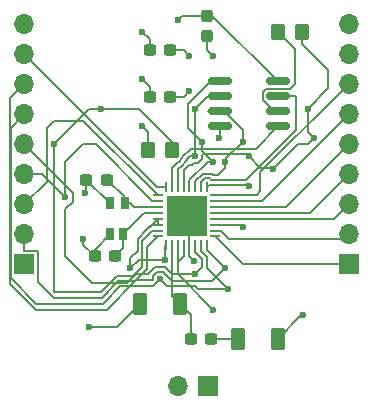
<source format=gbr>
%TF.GenerationSoftware,KiCad,Pcbnew,8.0.3*%
%TF.CreationDate,2024-07-01T13:41:45+02:00*%
%TF.ProjectId,ESP8266,45535038-3236-4362-9e6b-696361645f70,rev?*%
%TF.SameCoordinates,Original*%
%TF.FileFunction,Copper,L1,Top*%
%TF.FilePolarity,Positive*%
%FSLAX46Y46*%
G04 Gerber Fmt 4.6, Leading zero omitted, Abs format (unit mm)*
G04 Created by KiCad (PCBNEW 8.0.3) date 2024-07-01 13:41:45*
%MOMM*%
%LPD*%
G01*
G04 APERTURE LIST*
G04 Aperture macros list*
%AMRoundRect*
0 Rectangle with rounded corners*
0 $1 Rounding radius*
0 $2 $3 $4 $5 $6 $7 $8 $9 X,Y pos of 4 corners*
0 Add a 4 corners polygon primitive as box body*
4,1,4,$2,$3,$4,$5,$6,$7,$8,$9,$2,$3,0*
0 Add four circle primitives for the rounded corners*
1,1,$1+$1,$2,$3*
1,1,$1+$1,$4,$5*
1,1,$1+$1,$6,$7*
1,1,$1+$1,$8,$9*
0 Add four rect primitives between the rounded corners*
20,1,$1+$1,$2,$3,$4,$5,0*
20,1,$1+$1,$4,$5,$6,$7,0*
20,1,$1+$1,$6,$7,$8,$9,0*
20,1,$1+$1,$8,$9,$2,$3,0*%
G04 Aperture macros list end*
%TA.AperFunction,SMDPad,CuDef*%
%ADD10RoundRect,0.237500X-0.300000X-0.237500X0.300000X-0.237500X0.300000X0.237500X-0.300000X0.237500X0*%
%TD*%
%TA.AperFunction,ComponentPad*%
%ADD11R,1.700000X1.700000*%
%TD*%
%TA.AperFunction,ComponentPad*%
%ADD12O,1.700000X1.700000*%
%TD*%
%TA.AperFunction,SMDPad,CuDef*%
%ADD13RoundRect,0.250000X0.362500X0.700000X-0.362500X0.700000X-0.362500X-0.700000X0.362500X-0.700000X0*%
%TD*%
%TA.AperFunction,SMDPad,CuDef*%
%ADD14RoundRect,0.062500X0.062500X-0.375000X0.062500X0.375000X-0.062500X0.375000X-0.062500X-0.375000X0*%
%TD*%
%TA.AperFunction,SMDPad,CuDef*%
%ADD15RoundRect,0.062500X0.375000X-0.062500X0.375000X0.062500X-0.375000X0.062500X-0.375000X-0.062500X0*%
%TD*%
%TA.AperFunction,HeatsinkPad*%
%ADD16R,3.450000X3.450000*%
%TD*%
%TA.AperFunction,SMDPad,CuDef*%
%ADD17RoundRect,0.237500X-0.237500X0.300000X-0.237500X-0.300000X0.237500X-0.300000X0.237500X0.300000X0*%
%TD*%
%TA.AperFunction,SMDPad,CuDef*%
%ADD18RoundRect,0.150000X-0.825000X-0.150000X0.825000X-0.150000X0.825000X0.150000X-0.825000X0.150000X0*%
%TD*%
%TA.AperFunction,SMDPad,CuDef*%
%ADD19RoundRect,0.250000X-0.350000X-0.450000X0.350000X-0.450000X0.350000X0.450000X-0.350000X0.450000X0*%
%TD*%
%TA.AperFunction,SMDPad,CuDef*%
%ADD20R,0.800000X1.050000*%
%TD*%
%TA.AperFunction,SMDPad,CuDef*%
%ADD21RoundRect,0.250000X-0.362500X-0.700000X0.362500X-0.700000X0.362500X0.700000X-0.362500X0.700000X0*%
%TD*%
%TA.AperFunction,ViaPad*%
%ADD22C,0.600000*%
%TD*%
%TA.AperFunction,Conductor*%
%ADD23C,0.200000*%
%TD*%
G04 APERTURE END LIST*
D10*
%TO.P,C5,1*%
%TO.N,+3.3V*%
X125637500Y-89000000D03*
%TO.P,C5,2*%
%TO.N,GND*%
X127362500Y-89000000D03*
%TD*%
%TO.P,C4,1*%
%TO.N,+3.3V*%
X125637500Y-85000000D03*
%TO.P,C4,2*%
%TO.N,GND*%
X127362500Y-85000000D03*
%TD*%
%TO.P,C1,1*%
%TO.N,GND*%
X121000000Y-102500000D03*
%TO.P,C1,2*%
%TO.N,Net-(U1-XTAL_IN)*%
X122725000Y-102500000D03*
%TD*%
D11*
%TO.P,J1,1,Pin_1*%
%TO.N,+3.3V*%
X115000000Y-103160000D03*
D12*
%TO.P,J1,2,Pin_2*%
%TO.N,/RST*%
X115000000Y-100620000D03*
%TO.P,J1,3,Pin_3*%
%TO.N,/U0RXD*%
X115000000Y-98080000D03*
%TO.P,J1,4,Pin_4*%
%TO.N,/U0TXD*%
X115000000Y-95540000D03*
%TO.P,J1,5,Pin_5*%
%TO.N,/ADC_IN*%
X115000000Y-93000000D03*
%TO.P,J1,6,Pin_6*%
%TO.N,/CHIP_EN*%
X115000000Y-90460000D03*
%TO.P,J1,7,Pin_7*%
%TO.N,/GPIO16*%
X115000000Y-87920000D03*
%TO.P,J1,8,Pin_8*%
%TO.N,/GPI05*%
X115000000Y-85380000D03*
%TO.P,J1,9,Pin_9*%
%TO.N,GND*%
X115000000Y-82840000D03*
%TD*%
D13*
%TO.P,L1,1,1*%
%TO.N,GND*%
X136462500Y-109500000D03*
%TO.P,L1,2,2*%
%TO.N,/ANT*%
X133137500Y-109500000D03*
%TD*%
D14*
%TO.P,U1,1,VDDA*%
%TO.N,+3.3V*%
X127000000Y-101500000D03*
%TO.P,U1,2,LNA*%
%TO.N,Net-(U1-LNA)*%
X127500000Y-101500000D03*
%TO.P,U1,3,VDD3P3*%
%TO.N,+3.3V*%
X128000000Y-101500000D03*
%TO.P,U1,4,VDD3P3*%
X128500000Y-101500000D03*
%TO.P,U1,5,VDD_RTC*%
%TO.N,GND*%
X129000000Y-101500000D03*
%TO.P,U1,6,TOUT*%
%TO.N,/ADC_IN*%
X129500000Y-101500000D03*
%TO.P,U1,7,CHIP_EN*%
%TO.N,/CHIP_EN*%
X130000000Y-101500000D03*
%TO.P,U1,8,XPD_DCDC*%
%TO.N,/GPIO16*%
X130500000Y-101500000D03*
D15*
%TO.P,U1,9,MTMS*%
%TO.N,/GPIO14*%
X131187500Y-100812500D03*
%TO.P,U1,10,MTDI*%
%TO.N,/GPIO12*%
X131187500Y-100312500D03*
%TO.P,U1,11,VDDPST*%
%TO.N,+3.3V*%
X131187500Y-99812500D03*
%TO.P,U1,12,MTCK*%
%TO.N,/GPIO13*%
X131187500Y-99312500D03*
%TO.P,U1,13,MTDO*%
%TO.N,/GPIO15*%
X131187500Y-98812500D03*
%TO.P,U1,14,GPIO2*%
%TO.N,/GPIO2*%
X131187500Y-98312500D03*
%TO.P,U1,15,GPIO0*%
%TO.N,/GPIO0*%
X131187500Y-97812500D03*
%TO.P,U1,16,GPIO4*%
%TO.N,/GPIO4*%
X131187500Y-97312500D03*
D14*
%TO.P,U1,17,VDDPST*%
%TO.N,+3.3V*%
X130500000Y-96625000D03*
%TO.P,U1,18,SDIO_DATA_2*%
%TO.N,/SD_D2*%
X130000000Y-96625000D03*
%TO.P,U1,19,SDIO_DATA_3*%
%TO.N,/SD_D3*%
X129500000Y-96625000D03*
%TO.P,U1,20,SD_CMD*%
%TO.N,/SD_CMD*%
X129000000Y-96625000D03*
%TO.P,U1,21,SD_CLK*%
%TO.N,Net-(U1-SD_CLK)*%
X128500000Y-96625000D03*
%TO.P,U1,22,SDIO_DATA_0*%
%TO.N,/SD_D0*%
X128000000Y-96625000D03*
%TO.P,U1,23,SDIO_DATA_1*%
%TO.N,/SD_D1*%
X127500000Y-96625000D03*
%TO.P,U1,24,GPIO5*%
%TO.N,/GPI05*%
X127000000Y-96625000D03*
D15*
%TO.P,U1,25,U0RXD*%
%TO.N,/U0RXD*%
X126312500Y-97312500D03*
%TO.P,U1,26,U0TXD*%
%TO.N,/U0TXD*%
X126312500Y-97812500D03*
%TO.P,U1,27,XTAL_OUT*%
%TO.N,Net-(U1-XTAL_OUT)*%
X126312500Y-98312500D03*
%TO.P,U1,28,XTAL_IN*%
%TO.N,Net-(U1-XTAL_IN)*%
X126312500Y-98812500D03*
%TO.P,U1,29,VDDD*%
%TO.N,+3.3V*%
X126312500Y-99312500D03*
%TO.P,U1,30,VDDA*%
X126312500Y-99812500D03*
%TO.P,U1,31,RES12K*%
%TO.N,Net-(U1-RES12K)*%
X126312500Y-100312500D03*
%TO.P,U1,32,~{EXT_RSTB}*%
%TO.N,/RST*%
X126312500Y-100812500D03*
D16*
%TO.P,U1,33,GND*%
%TO.N,GND*%
X128750000Y-99062500D03*
%TD*%
D10*
%TO.P,C2,1*%
%TO.N,GND*%
X120275000Y-96000000D03*
%TO.P,C2,2*%
%TO.N,Net-(U1-XTAL_OUT)*%
X122000000Y-96000000D03*
%TD*%
%TO.P,C6,1*%
%TO.N,Net-(U1-LNA)*%
X129137500Y-109500000D03*
%TO.P,C6,2*%
%TO.N,/ANT*%
X130862500Y-109500000D03*
%TD*%
D17*
%TO.P,C3,1*%
%TO.N,+3.3V*%
X130500000Y-82137500D03*
%TO.P,C3,2*%
%TO.N,GND*%
X130500000Y-83862500D03*
%TD*%
D11*
%TO.P,J3,1,Pin_1*%
%TO.N,/ANT*%
X130540000Y-113500000D03*
D12*
%TO.P,J3,2,Pin_2*%
%TO.N,GND*%
X128000000Y-113500000D03*
%TD*%
D18*
%TO.P,U2,1,~{CS}*%
%TO.N,/SD_CMD*%
X131550000Y-87690000D03*
%TO.P,U2,2,DO*%
%TO.N,/SD_D0*%
X131550000Y-88960000D03*
%TO.P,U2,3,~{WP}*%
%TO.N,/SD_D3*%
X131550000Y-90230000D03*
%TO.P,U2,4,GND*%
%TO.N,GND*%
X131550000Y-91500000D03*
%TO.P,U2,5,DI*%
%TO.N,/SD_D1*%
X136500000Y-91500000D03*
%TO.P,U2,6,CLK*%
%TO.N,/SD_CLK*%
X136500000Y-90230000D03*
%TO.P,U2,7,~{HOLD}*%
%TO.N,/SD_D2*%
X136500000Y-88960000D03*
%TO.P,U2,8,VCC*%
%TO.N,+3.3V*%
X136500000Y-87690000D03*
%TD*%
D19*
%TO.P,R2,1*%
%TO.N,/SD_CLK*%
X136500000Y-83500000D03*
%TO.P,R2,2*%
%TO.N,Net-(U1-SD_CLK)*%
X138500000Y-83500000D03*
%TD*%
%TO.P,R1,1*%
%TO.N,GND*%
X125500000Y-93500000D03*
%TO.P,R1,2*%
%TO.N,Net-(U1-RES12K)*%
X127500000Y-93500000D03*
%TD*%
D20*
%TO.P,X1,1,Gnd*%
%TO.N,GND*%
X122300000Y-97975000D03*
%TO.P,X1,2,GND*%
X122300000Y-100625000D03*
%TO.P,X1,3,Xout*%
%TO.N,Net-(U1-XTAL_OUT)*%
X123500000Y-98000000D03*
%TO.P,X1,4,Xin*%
%TO.N,Net-(U1-XTAL_IN)*%
X123400000Y-100600000D03*
%TD*%
D11*
%TO.P,J2,1,Pin_1*%
%TO.N,/GPIO14*%
X142500000Y-103120000D03*
D12*
%TO.P,J2,2,Pin_2*%
%TO.N,/GPIO12*%
X142500000Y-100580000D03*
%TO.P,J2,3,Pin_3*%
%TO.N,/GPIO13*%
X142500000Y-98040000D03*
%TO.P,J2,4,Pin_4*%
%TO.N,/GPIO15*%
X142500000Y-95500000D03*
%TO.P,J2,5,Pin_5*%
%TO.N,/GPIO2*%
X142500000Y-92960000D03*
%TO.P,J2,6,Pin_6*%
%TO.N,/GPIO0*%
X142500000Y-90420000D03*
%TO.P,J2,7,Pin_7*%
%TO.N,/GPIO4*%
X142500000Y-87880000D03*
%TO.P,J2,8,Pin_8*%
%TO.N,GND*%
X142500000Y-85340000D03*
%TO.P,J2,9,Pin_9*%
X142500000Y-82800000D03*
%TD*%
D21*
%TO.P,L2,1,1*%
%TO.N,GND*%
X124837500Y-106500000D03*
%TO.P,L2,2,2*%
%TO.N,Net-(U1-LNA)*%
X128162500Y-106500000D03*
%TD*%
D22*
%TO.N,GND*%
X131500000Y-92500000D03*
X129000000Y-88500000D03*
X125000000Y-91500000D03*
X120000000Y-101000000D03*
X129420101Y-102900000D03*
X138637500Y-107500000D03*
X120500000Y-108500000D03*
X120155735Y-97155735D03*
X131000000Y-85500000D03*
X129000000Y-85500000D03*
%TO.N,/ADC_IN*%
X129500000Y-104000000D03*
%TO.N,/CHIP_EN*%
X126500000Y-104400000D03*
X132250000Y-105250000D03*
%TO.N,/GPIO16*%
X132000000Y-103500000D03*
%TO.N,/U0TXD*%
X118500000Y-97500000D03*
%TO.N,Net-(U1-RES12K)*%
X117500000Y-93000000D03*
X121500000Y-90000000D03*
%TO.N,Net-(U1-SD_CLK)*%
X139500000Y-92500000D03*
X136087108Y-95141422D03*
X139000000Y-90000000D03*
X134000000Y-93998114D03*
%TO.N,/SD_D3*%
X132000000Y-94500000D03*
X133500000Y-92798114D03*
%TO.N,/SD_D0*%
X129500000Y-90000000D03*
X129500000Y-94000000D03*
%TO.N,/SD_CMD*%
X130100000Y-92798114D03*
X131000000Y-94500000D03*
%TO.N,+3.3V*%
X125000000Y-83500000D03*
X128000000Y-82500000D03*
X131000000Y-107000000D03*
X134023198Y-96562466D03*
X124000000Y-103500000D03*
X125000000Y-87500000D03*
X126899681Y-102800000D03*
X133500000Y-100000000D03*
%TD*%
D23*
%TO.N,Net-(U1-XTAL_IN)*%
X125187500Y-98812500D02*
X126312500Y-98812500D01*
X123400000Y-100600000D02*
X125187500Y-98812500D01*
X123400000Y-100600000D02*
X123400000Y-101825000D01*
X123400000Y-101825000D02*
X122725000Y-102500000D01*
%TO.N,GND*%
X121000000Y-102500000D02*
X121000000Y-101925000D01*
X120275000Y-97036470D02*
X120155735Y-97155735D01*
X129000000Y-99312500D02*
X128750000Y-99062500D01*
X121000000Y-101925000D02*
X122300000Y-100625000D01*
X129000000Y-101500000D02*
X129000000Y-99312500D01*
X131550000Y-91500000D02*
X131550000Y-92450000D01*
X127500000Y-100312500D02*
X128750000Y-99062500D01*
X128500000Y-89000000D02*
X129000000Y-88500000D01*
X120000000Y-101000000D02*
X120000000Y-101500000D01*
X128500000Y-85000000D02*
X129000000Y-85500000D01*
X129420101Y-102900000D02*
X129000000Y-102479899D01*
X125500000Y-93500000D02*
X125500000Y-92000000D01*
X124837500Y-106500000D02*
X122837500Y-108500000D01*
X127362500Y-89000000D02*
X128500000Y-89000000D01*
X122250000Y-97975000D02*
X120275000Y-96000000D01*
X127362500Y-85000000D02*
X128500000Y-85000000D01*
X131550000Y-92450000D02*
X131500000Y-92500000D01*
X129000000Y-102479899D02*
X129000000Y-101500000D01*
X125500000Y-92000000D02*
X125000000Y-91500000D01*
X120000000Y-101500000D02*
X121000000Y-102500000D01*
X130500000Y-85000000D02*
X131000000Y-85500000D01*
X122300000Y-97975000D02*
X122250000Y-97975000D01*
X122837500Y-108500000D02*
X120500000Y-108500000D01*
X136462500Y-109500000D02*
X138462500Y-107500000D01*
X130500000Y-83862500D02*
X130500000Y-85000000D01*
X120275000Y-96000000D02*
X120275000Y-97036470D01*
X120275000Y-96000000D02*
X120275000Y-95775000D01*
%TO.N,Net-(U1-XTAL_OUT)*%
X124000000Y-98000000D02*
X124312500Y-98312500D01*
X123500000Y-98000000D02*
X123500000Y-97500000D01*
X123500000Y-97500000D02*
X122000000Y-96000000D01*
X124312500Y-98312500D02*
X126312500Y-98312500D01*
X123500000Y-98000000D02*
X124000000Y-98000000D01*
%TO.N,/ANT*%
X130862500Y-113677500D02*
X130540000Y-114000000D01*
X131040000Y-109677500D02*
X130862500Y-109500000D01*
X130862500Y-109500000D02*
X133137500Y-109500000D01*
%TO.N,/GPIO4*%
X135000000Y-97000000D02*
X134687500Y-97312500D01*
X142500000Y-87880000D02*
X135000000Y-95380000D01*
X135000000Y-95380000D02*
X135000000Y-97000000D01*
X134687500Y-97312500D02*
X131187500Y-97312500D01*
%TO.N,/GPIO14*%
X142500000Y-103120000D02*
X133495000Y-103120000D01*
X133495000Y-103120000D02*
X131187500Y-100812500D01*
%TO.N,/GPIO15*%
X139187500Y-98812500D02*
X131187500Y-98812500D01*
X142500000Y-95500000D02*
X139187500Y-98812500D01*
%TO.N,/GPI05*%
X126245000Y-96625000D02*
X127000000Y-96625000D01*
X115000000Y-85380000D02*
X126245000Y-96625000D01*
%TO.N,/GPIO0*%
X142500000Y-90420000D02*
X135107500Y-97812500D01*
X135107500Y-97812500D02*
X131187500Y-97812500D01*
%TO.N,/GPIO13*%
X141227500Y-99312500D02*
X131187500Y-99312500D01*
X142500000Y-98040000D02*
X141227500Y-99312500D01*
%TO.N,/GPIO12*%
X142080000Y-101000000D02*
X132326886Y-101000000D01*
X142500000Y-100580000D02*
X142080000Y-101000000D01*
X132326886Y-101000000D02*
X131639386Y-100312500D01*
X131639386Y-100312500D02*
X131187500Y-100312500D01*
%TO.N,/ADC_IN*%
X129500000Y-101500000D02*
X129500000Y-102131372D01*
X130100000Y-102731372D02*
X130100000Y-103400000D01*
X130100000Y-103400000D02*
X129500000Y-104000000D01*
X129500000Y-102131372D02*
X130100000Y-102731372D01*
%TO.N,/CHIP_EN*%
X123151470Y-105000000D02*
X125900000Y-105000000D01*
X121651470Y-106500000D02*
X116040000Y-106500000D01*
X113850000Y-91610000D02*
X115000000Y-90460000D01*
X121825735Y-106325735D02*
X121651470Y-106500000D01*
X116040000Y-106500000D02*
X113850000Y-104310000D01*
X121825735Y-106325735D02*
X123151470Y-105000000D01*
X113850000Y-104310000D02*
X113850000Y-91610000D01*
X130000000Y-102065686D02*
X130000000Y-101500000D01*
X132250000Y-105250000D02*
X130500000Y-103500000D01*
X125900000Y-105000000D02*
X126500000Y-104400000D01*
X130500000Y-103500000D02*
X130500000Y-102565686D01*
X130500000Y-102565686D02*
X130000000Y-102065686D01*
%TO.N,/U0RXD*%
X116900000Y-91600000D02*
X117500000Y-91000000D01*
X117500000Y-91000000D02*
X120000000Y-91000000D01*
X120000000Y-91000000D02*
X126312500Y-97312500D01*
X115000000Y-98080000D02*
X116900000Y-96180000D01*
X116900000Y-96180000D02*
X116900000Y-91600000D01*
%TO.N,/RST*%
X116150000Y-102010000D02*
X116150000Y-104650000D01*
X116150000Y-104650000D02*
X117500000Y-106000000D01*
X117500000Y-106000000D02*
X121585784Y-106000000D01*
X115000000Y-100620000D02*
X115000000Y-102010000D01*
X125400000Y-103600000D02*
X125400000Y-101725000D01*
X115000000Y-102010000D02*
X116150000Y-102010000D01*
X122985784Y-104600000D02*
X124400000Y-104600000D01*
X125400000Y-101725000D02*
X126312500Y-100812500D01*
X124400000Y-104600000D02*
X125400000Y-103600000D01*
X121585784Y-106000000D02*
X122985784Y-104600000D01*
%TO.N,/GPIO16*%
X130500000Y-102000000D02*
X130500000Y-101500000D01*
X132000000Y-103500000D02*
X130500000Y-102000000D01*
%TO.N,/U0TXD*%
X118500000Y-94500000D02*
X118500000Y-97500000D01*
X121048114Y-93000000D02*
X120000000Y-93000000D01*
X120000000Y-93000000D02*
X118500000Y-94500000D01*
X126312500Y-97812500D02*
X125860614Y-97812500D01*
X125860614Y-97812500D02*
X121048114Y-93000000D01*
%TO.N,/GPIO2*%
X142500000Y-92960000D02*
X137147500Y-98312500D01*
X137147500Y-98312500D02*
X131187500Y-98312500D01*
%TO.N,Net-(U1-RES12K)*%
X124700000Y-90000000D02*
X121500000Y-90000000D01*
X125860614Y-100312500D02*
X126312500Y-100312500D01*
X124234314Y-104200000D02*
X125000000Y-103434314D01*
X127500000Y-93500000D02*
X127500000Y-92800000D01*
X127500000Y-92800000D02*
X124700000Y-90000000D01*
X117500000Y-93000000D02*
X117500000Y-105434314D01*
X125000000Y-101173114D02*
X125860614Y-100312500D01*
X122820098Y-104200000D02*
X124234314Y-104200000D01*
X117500000Y-105434314D02*
X117565686Y-105500000D01*
X125000000Y-103434314D02*
X125000000Y-101173114D01*
X121520098Y-105500000D02*
X122820098Y-104200000D01*
X117565686Y-105500000D02*
X121520098Y-105500000D01*
%TO.N,Net-(U1-SD_CLK)*%
X128500000Y-95216116D02*
X128500000Y-96625000D01*
X139500000Y-92500000D02*
X139000000Y-93000000D01*
X140730000Y-86730000D02*
X138500000Y-84500000D01*
X130201886Y-93798114D02*
X130100000Y-93900000D01*
X129748529Y-94600000D02*
X129400000Y-94600000D01*
X138000000Y-84000000D02*
X139000000Y-83000000D01*
X130100000Y-93900000D02*
X130100000Y-94248529D01*
X134000000Y-93998114D02*
X133800000Y-93798114D01*
X140730000Y-88270000D02*
X139000000Y-90000000D01*
X133800000Y-93798114D02*
X130201886Y-93798114D01*
X130100000Y-94248529D02*
X129748529Y-94600000D01*
X128941851Y-94774265D02*
X128500000Y-95216116D01*
X139000000Y-93000000D02*
X138228530Y-93000000D01*
X138500000Y-84500000D02*
X138500000Y-83500000D01*
X129225735Y-94774265D02*
X128941851Y-94774265D01*
X140730000Y-86730000D02*
X140730000Y-88270000D01*
X138228530Y-93000000D02*
X136087108Y-95141422D01*
X129400000Y-94600000D02*
X129225735Y-94774265D01*
%TO.N,/SD_CLK*%
X135225000Y-89300552D02*
X135225000Y-88619448D01*
X137937776Y-84937776D02*
X136500000Y-83500000D01*
X136154448Y-90230000D02*
X135225000Y-89300552D01*
X136500000Y-90230000D02*
X136154448Y-90230000D01*
X135484448Y-88360000D02*
X137515552Y-88360000D01*
X137515552Y-88360000D02*
X137937776Y-87937776D01*
X135225000Y-88619448D02*
X135484448Y-88360000D01*
X137937776Y-87937776D02*
X137937776Y-84937776D01*
%TO.N,/SD_D1*%
X128400000Y-94184744D02*
X128400000Y-94100000D01*
X134601886Y-93398114D02*
X136500000Y-91500000D01*
X129101886Y-93398114D02*
X134601886Y-93398114D01*
X128084744Y-94500000D02*
X128400000Y-94184744D01*
X127500000Y-95000000D02*
X128000000Y-94500000D01*
X128400000Y-94100000D02*
X129101886Y-93398114D01*
X127500000Y-96625000D02*
X127500000Y-95000000D01*
X128000000Y-94500000D02*
X128084744Y-94500000D01*
%TO.N,/SD_D2*%
X130826886Y-96000000D02*
X133814314Y-96000000D01*
X133814314Y-96000000D02*
X138000000Y-91814314D01*
X130000000Y-96173114D02*
X130285614Y-95887500D01*
X130000000Y-96625000D02*
X130000000Y-96173114D01*
X130714386Y-95887500D02*
X130826886Y-96000000D01*
X137960000Y-88960000D02*
X136500000Y-88960000D01*
X130285614Y-95887500D02*
X130714386Y-95887500D01*
X138000000Y-89000000D02*
X137960000Y-88960000D01*
X138000000Y-91814314D02*
X138000000Y-89000000D01*
%TO.N,/SD_D3*%
X130575001Y-90230000D02*
X131895552Y-90230000D01*
X132000000Y-95000000D02*
X131400000Y-95600000D01*
X132000000Y-94500000D02*
X132000000Y-95000000D01*
X131895552Y-90230000D02*
X133500000Y-91834448D01*
X130880072Y-95487500D02*
X130119928Y-95487500D01*
X131550000Y-90230000D02*
X130575001Y-90230000D01*
X133500000Y-91834448D02*
X133500000Y-92798114D01*
X131400000Y-95600000D02*
X130992572Y-95600000D01*
X130992572Y-95600000D02*
X130880072Y-95487500D01*
X129500000Y-96107428D02*
X129500000Y-96625000D01*
X130119928Y-95487500D02*
X129500000Y-96107428D01*
%TO.N,/SD_D0*%
X128165686Y-94900000D02*
X128000000Y-95065686D01*
X128000000Y-95065686D02*
X128000000Y-96625000D01*
X129500000Y-90000000D02*
X130540000Y-88960000D01*
X128250430Y-94900000D02*
X128165686Y-94900000D01*
X128800000Y-94350430D02*
X128250430Y-94900000D01*
X129065686Y-94000000D02*
X128800000Y-94265686D01*
X129500000Y-94000000D02*
X129065686Y-94000000D01*
X128800000Y-94265686D02*
X128800000Y-94350430D01*
X130540000Y-88960000D02*
X131550000Y-88960000D01*
%TO.N,/SD_CMD*%
X129000000Y-96041743D02*
X129000000Y-96625000D01*
X131550000Y-87690000D02*
X130810000Y-87690000D01*
X130541743Y-94500000D02*
X129000000Y-96041743D01*
X131000000Y-94500000D02*
X130541743Y-94500000D01*
X128900000Y-91598114D02*
X130100000Y-92798114D01*
X130810000Y-87690000D02*
X128900000Y-89600000D01*
X128900000Y-89600000D02*
X128900000Y-91598114D01*
%TO.N,+3.3V*%
X124600000Y-102007428D02*
X124600000Y-101007428D01*
X134000000Y-96539268D02*
X134023198Y-96562466D01*
X125637500Y-84137500D02*
X125000000Y-83500000D01*
X126312500Y-99312500D02*
X126294928Y-99312500D01*
X125794928Y-99812500D02*
X126312500Y-99812500D01*
X128500000Y-101500000D02*
X128500000Y-102500000D01*
X125303714Y-100303714D02*
X125794928Y-99812500D01*
X127000000Y-101500000D02*
X126899681Y-101600319D01*
X134000000Y-96500000D02*
X134000000Y-96539268D01*
X131187500Y-99812500D02*
X133312500Y-99812500D01*
X124000000Y-103500000D02*
X124000000Y-102607428D01*
X128362500Y-82137500D02*
X128000000Y-82500000D01*
X128500000Y-102500000D02*
X128000000Y-103000000D01*
X131000000Y-107000000D02*
X128000000Y-104000000D01*
X130500000Y-82137500D02*
X128362500Y-82137500D01*
X125637500Y-85000000D02*
X125637500Y-84137500D01*
X124600000Y-101007428D02*
X125303714Y-100303714D01*
X128000000Y-104000000D02*
X128000000Y-103000000D01*
X125637500Y-89000000D02*
X125637500Y-88137500D01*
X130500000Y-96625000D02*
X130625000Y-96500000D01*
X126294928Y-99312500D02*
X125303714Y-100303714D01*
X133312500Y-99812500D02*
X133500000Y-100000000D01*
X130947500Y-82137500D02*
X130500000Y-82137500D01*
X124000000Y-102607428D02*
X124600000Y-102007428D01*
X126899681Y-101600319D02*
X126899681Y-102800000D01*
X136500000Y-87690000D02*
X130947500Y-82137500D01*
X128000000Y-101500000D02*
X128000000Y-103000000D01*
X126312500Y-99312500D02*
X126312500Y-99812500D01*
X125637500Y-88137500D02*
X125000000Y-87500000D01*
X130625000Y-96500000D02*
X134000000Y-96500000D01*
%TO.N,Net-(U1-LNA)*%
X129137500Y-109500000D02*
X129137500Y-107475000D01*
X127500000Y-105837500D02*
X127500000Y-101900000D01*
X128162500Y-106500000D02*
X127500000Y-105837500D01*
X129137500Y-107475000D02*
X128162500Y-106500000D01*
%TD*%
D11*
%TO.P,J1,1,Pin_1*%
%TO.N,+3.3V*%
X115000000Y-103160000D03*
D12*
%TO.P,J1,2,Pin_2*%
%TO.N,/RST*%
X115000000Y-100620000D03*
%TO.P,J1,3,Pin_3*%
%TO.N,/U0RXD*%
X115000000Y-98080000D03*
%TO.P,J1,4,Pin_4*%
%TO.N,/U0TXD*%
X115000000Y-95540000D03*
%TO.P,J1,5,Pin_5*%
%TO.N,/ADC_IN*%
X115000000Y-93000000D03*
%TO.P,J1,6,Pin_6*%
%TO.N,/CHIP_EN*%
X115000000Y-90460000D03*
%TO.P,J1,7,Pin_7*%
%TO.N,/GPIO16*%
X115000000Y-87920000D03*
%TO.P,J1,8,Pin_8*%
%TO.N,/GPI05*%
X115000000Y-85380000D03*
%TO.P,J1,9,Pin_9*%
%TO.N,GND*%
X115000000Y-82840000D03*
%TD*%
D11*
%TO.P,J3,1,Pin_1*%
%TO.N,/ANT*%
X130540000Y-113500000D03*
D12*
%TO.P,J3,2,Pin_2*%
%TO.N,GND*%
X128000000Y-113500000D03*
%TD*%
D11*
%TO.P,J2,1,Pin_1*%
%TO.N,/GPIO14*%
X142500000Y-103120000D03*
D12*
%TO.P,J2,2,Pin_2*%
%TO.N,/GPIO12*%
X142500000Y-100580000D03*
%TO.P,J2,3,Pin_3*%
%TO.N,/GPIO13*%
X142500000Y-98040000D03*
%TO.P,J2,4,Pin_4*%
%TO.N,/GPIO15*%
X142500000Y-95500000D03*
%TO.P,J2,5,Pin_5*%
%TO.N,/GPIO2*%
X142500000Y-92960000D03*
%TO.P,J2,6,Pin_6*%
%TO.N,/GPIO0*%
X142500000Y-90420000D03*
%TO.P,J2,7,Pin_7*%
%TO.N,/GPIO4*%
X142500000Y-87880000D03*
%TO.P,J2,8,Pin_8*%
%TO.N,GND*%
X142500000Y-85340000D03*
%TO.P,J2,9,Pin_9*%
X142500000Y-82800000D03*
%TD*%
D22*
%TO.N,GND*%
X131500000Y-92500000D03*
X129000000Y-88500000D03*
X125000000Y-91500000D03*
X120000000Y-101000000D03*
X129420101Y-102900000D03*
X138637500Y-107500000D03*
X120500000Y-108500000D03*
X120155735Y-97155735D03*
X131000000Y-85500000D03*
X129000000Y-85500000D03*
%TO.N,/ADC_IN*%
X129500000Y-104000000D03*
%TO.N,/CHIP_EN*%
X126500000Y-104400000D03*
X132250000Y-105250000D03*
%TO.N,/GPIO16*%
X132000000Y-103500000D03*
%TO.N,/U0TXD*%
X118500000Y-97500000D03*
%TO.N,Net-(U1-RES12K)*%
X117500000Y-93000000D03*
X121500000Y-90000000D03*
%TO.N,Net-(U1-SD_CLK)*%
X139500000Y-92500000D03*
X136087108Y-95141422D03*
X139000000Y-90000000D03*
X134000000Y-93998114D03*
%TO.N,/SD_D3*%
X132000000Y-94500000D03*
X133500000Y-92798114D03*
%TO.N,/SD_D0*%
X129500000Y-90000000D03*
X129500000Y-94000000D03*
%TO.N,/SD_CMD*%
X130100000Y-92798114D03*
X131000000Y-94500000D03*
%TO.N,+3.3V*%
X125000000Y-83500000D03*
X128000000Y-82500000D03*
X131000000Y-107000000D03*
X134023198Y-96562466D03*
X124000000Y-103500000D03*
X125000000Y-87500000D03*
X126899681Y-102800000D03*
X133500000Y-100000000D03*
%TD*%
D23*
%TO.N,/ADC_IN*%
X125485785Y-104000000D02*
X124434314Y-104000000D01*
X119100000Y-97100000D02*
X115000000Y-93000000D01*
X119100000Y-97900000D02*
X119100000Y-97100000D01*
X118500000Y-102500000D02*
X120717157Y-104717157D01*
X118500000Y-98500000D02*
X119100000Y-97900000D01*
X126914215Y-103400000D02*
X126085785Y-103400000D01*
X124434314Y-104000000D02*
X123717157Y-104717157D01*
X126085785Y-103400000D02*
X125485785Y-104000000D01*
X120717157Y-104717157D02*
X123717157Y-104717157D01*
X127514215Y-104000000D02*
X126914215Y-103400000D01*
X118500000Y-102500000D02*
X118500000Y-98500000D01*
X129500000Y-104000000D02*
X127514215Y-104000000D01*
%TO.N,/CHIP_EN*%
X129750000Y-105250000D02*
X132250000Y-105250000D01*
X126500000Y-104400000D02*
X127100000Y-105000000D01*
X129500000Y-105000000D02*
X129750000Y-105250000D01*
X127100000Y-105000000D02*
X129500000Y-105000000D01*
%TO.N,/GPIO16*%
X113797919Y-89122081D02*
X113797919Y-104797919D01*
X122000000Y-107000000D02*
X124500000Y-104500000D01*
X126251471Y-103800000D02*
X126748529Y-103800000D01*
X124500000Y-104500000D02*
X125900000Y-104500000D01*
X116000000Y-107000000D02*
X122000000Y-107000000D01*
X130900000Y-104600000D02*
X132000000Y-103500000D01*
X127548529Y-104600000D02*
X130900000Y-104600000D01*
X126748529Y-103800000D02*
X127548529Y-104600000D01*
X115000000Y-87920000D02*
X113797919Y-89122081D01*
X125900000Y-104500000D02*
X125900000Y-104151471D01*
X113797919Y-104797919D02*
X116000000Y-107000000D01*
X125900000Y-104151471D02*
X126251471Y-103800000D01*
%TO.N,/U0TXD*%
X115000000Y-95540000D02*
X116540000Y-95540000D01*
X116540000Y-95540000D02*
X118500000Y-97500000D01*
%TO.N,Net-(U1-RES12K)*%
X120500000Y-90000000D02*
X117500000Y-93000000D01*
X121500000Y-90000000D02*
X120500000Y-90000000D01*
%TO.N,Net-(U1-SD_CLK)*%
X135001886Y-95000000D02*
X135945686Y-95000000D01*
X139000000Y-92000000D02*
X139500000Y-92500000D01*
X134000000Y-93998114D02*
X135001886Y-95000000D01*
X139000000Y-90000000D02*
X139000000Y-92000000D01*
X135945686Y-95000000D02*
X136087108Y-95141422D01*
%TO.N,/SD_D3*%
X132000000Y-94298114D02*
X132000000Y-94500000D01*
X133500000Y-92798114D02*
X132000000Y-94298114D01*
%TO.N,/SD_D0*%
X129500000Y-94000000D02*
X129500000Y-90000000D01*
%TO.N,/SD_CMD*%
X130100000Y-93600000D02*
X131000000Y-94500000D01*
X130100000Y-92798114D02*
X130100000Y-93600000D01*
%TO.N,+3.3V*%
X126899681Y-102800000D02*
X124700000Y-102800000D01*
X124700000Y-102800000D02*
X124000000Y-103500000D01*
%TD*%
M02*

</source>
